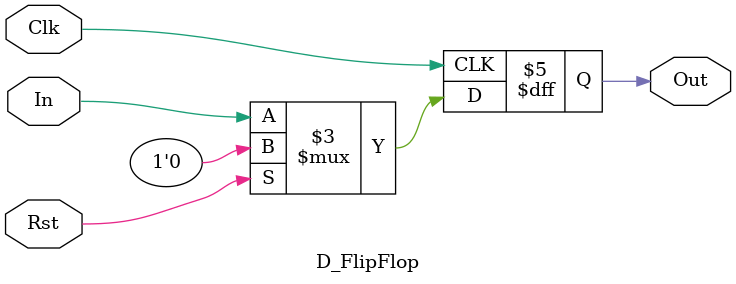
<source format=v>
`timescale 1ns / 1ps


module D_FlipFlop(Out, In, Rst, Clk);

    output reg Out;
    input In, Rst, Clk;
    
    always @(posedge Clk)
    begin
        if (Rst)
        begin
            Out <= 0;
        end
        else
        begin
            Out <= In;
        end
    end

endmodule

</source>
